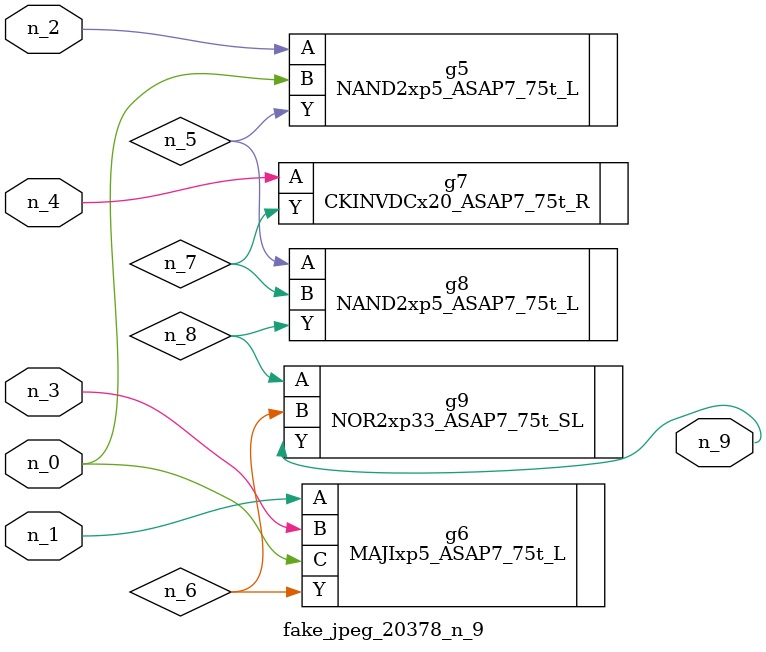
<source format=v>
module fake_jpeg_20378_n_9 (n_3, n_2, n_1, n_0, n_4, n_9);

input n_3;
input n_2;
input n_1;
input n_0;
input n_4;

output n_9;

wire n_8;
wire n_6;
wire n_5;
wire n_7;

NAND2xp5_ASAP7_75t_L g5 ( 
.A(n_2),
.B(n_0),
.Y(n_5)
);

MAJIxp5_ASAP7_75t_L g6 ( 
.A(n_1),
.B(n_3),
.C(n_0),
.Y(n_6)
);

CKINVDCx20_ASAP7_75t_R g7 ( 
.A(n_4),
.Y(n_7)
);

NAND2xp5_ASAP7_75t_L g8 ( 
.A(n_5),
.B(n_7),
.Y(n_8)
);

NOR2xp33_ASAP7_75t_SL g9 ( 
.A(n_8),
.B(n_6),
.Y(n_9)
);


endmodule
</source>
